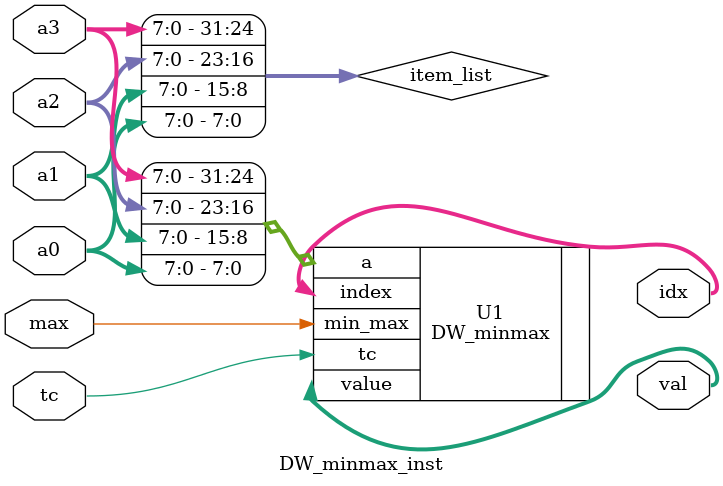
<source format=v>
module DW_minmax_inst (a0, a1, a2, a3, tc, max, val, idx);

  parameter wordlength = 8;

  input  [wordlength-1 : 0] a0, a1, a2, a3;
  input  tc, max;
  output [wordlength-1 : 0] val;
  output [1 : 0] idx;

  localparam item_count = 4; // the number of items (a0 through a3)

  wire [(wordlength * item_count)-1:0] item_list;

  assign item_list = {a3, a2, a1, a0}; // DW_minmax takes an input
                                       // value that's a concatenation
                                       // of the input values.  Index
                                       // 0 corresponds to the last
                                       // value in the concatenation
                                       // which is in the least signi-
                                       // ficant position of the full
                                       // input value

  // instantiation of DW_minmax
  // inputs are concatenated into the input vector
  DW_minmax #(.width(wordlength), .num_inputs(item_count)) 
    U1 (.a(item_list), .tc(tc), .min_max(max), 
        .value(val), .index(idx));

endmodule

</source>
